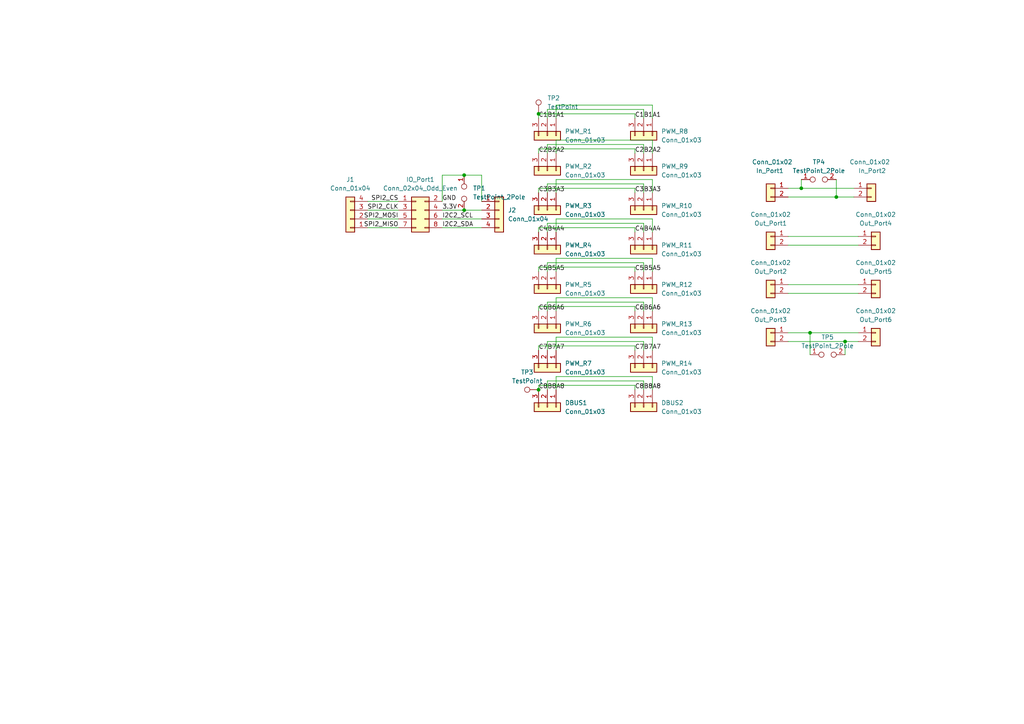
<source format=kicad_sch>
(kicad_sch (version 20230121) (generator eeschema)
  (paper "A4")
  (lib_symbols
    (symbol "Connector:TestPoint" (pin_numbers hide) (pin_names (offset 0.762) hide)
      (property "Reference" "TP" (at 0 6.858 0))
      (property "Value" "TestPoint" (at 0 5.08 0))
      (symbol "TestPoint_0_1"
        (circle (center 0 3.302) (radius 0.762))
      )
      (symbol "TestPoint_1_1"
        (pin passive line (at 0 0 90) (length 2.54) (name "1") (number "1"))
      )
    )
    (symbol "Connector:TestPoint_2Pole" (pin_names (offset 0.762) hide)
      (property "Reference" "TP" (at 0 1.524 0))
      (property "Value" "TestPoint_2Pole" (at 0 -1.778 0))
      (symbol "TestPoint_2Pole_0_1"
        (circle (center -1.778 0) (radius 0.762))
        (circle (center 1.778 0) (radius 0.762))
        (pin passive line (at -5.08 0 0) (length 2.54) (name "1") (number "1"))
        (pin passive line (at 5.08 0 180) (length 2.54) (name "2") (number "2"))
      )
    )
    (symbol "Connector_Generic:Conn_01x02" (pin_names (offset 1.016) hide)
      (property "Reference" "J" (at 0 2.54 0))
      (property "Value" "Conn_01x02" (at 0 -5.08 0))
      (symbol "Conn_01x02_1_1"
        (rectangle (start -1.27 -2.413) (end 0 -2.667) (stroke (width 0.1524)))
        (rectangle (start -1.27 0.127) (end 0 -0.127) (stroke (width 0.1524)))
        (rectangle (start -1.27 1.27) (end 1.27 -3.81) (stroke (width 0.254)) (fill (type background)))
        (pin passive line (at -5.08 0 0) (length 3.81) (name "Pin_1") (number "1"))
        (pin passive line (at -5.08 -2.54 0) (length 3.81) (name "Pin_2") (number "2"))
      )
    )
    (symbol "Connector_Generic:Conn_01x03" (pin_names (offset 1.016) hide)
      (property "Reference" "J" (at 0 5.08 0))
      (property "Value" "Conn_01x03" (at 0 -5.08 0))
      (symbol "Conn_01x03_1_1"
        (rectangle (start -1.27 -2.413) (end 0 -2.667) (stroke (width 0.1524)))
        (rectangle (start -1.27 0.127) (end 0 -0.127) (stroke (width 0.1524)))
        (rectangle (start -1.27 2.667) (end 0 2.413) (stroke (width 0.1524)))
        (rectangle (start -1.27 3.81) (end 1.27 -3.81) (stroke (width 0.254)) (fill (type background)))
        (pin passive line (at -5.08 2.54 0) (length 3.81) (name "Pin_1") (number "1"))
        (pin passive line (at -5.08 0 0) (length 3.81) (name "Pin_2") (number "2"))
        (pin passive line (at -5.08 -2.54 0) (length 3.81) (name "Pin_3") (number "3"))
      )
    )
    (symbol "Connector_Generic:Conn_01x04" (pin_names (offset 1.016) hide)
      (property "Reference" "J" (at 0 5.08 0))
      (property "Value" "Conn_01x04" (at 0 -7.62 0))
      (symbol "Conn_01x04_1_1"
        (rectangle (start -1.27 -4.953) (end 0 -5.207) (stroke (width 0.1524)))
        (rectangle (start -1.27 -2.413) (end 0 -2.667) (stroke (width 0.1524)))
        (rectangle (start -1.27 0.127) (end 0 -0.127) (stroke (width 0.1524)))
        (rectangle (start -1.27 2.667) (end 0 2.413) (stroke (width 0.1524)))
        (rectangle (start -1.27 3.81) (end 1.27 -6.35) (stroke (width 0.254)) (fill (type background)))
        (pin passive line (at -5.08 2.54 0) (length 3.81) (name "Pin_1") (number "1"))
        (pin passive line (at -5.08 0 0) (length 3.81) (name "Pin_2") (number "2"))
        (pin passive line (at -5.08 -2.54 0) (length 3.81) (name "Pin_3") (number "3"))
        (pin passive line (at -5.08 -5.08 0) (length 3.81) (name "Pin_4") (number "4"))
      )
    )
    (symbol "Connector_Generic:Conn_02x04_Odd_Even" (pin_names (offset 1.016) hide)
      (property "Reference" "J" (at 1.27 5.08 0))
      (property "Value" "Conn_02x04_Odd_Even" (at 1.27 -7.62 0))
      (symbol "Conn_02x04_Odd_Even_1_1"
        (rectangle (start -1.27 -4.953) (end 0 -5.207) (stroke (width 0.1524)))
        (rectangle (start -1.27 -2.413) (end 0 -2.667) (stroke (width 0.1524)))
        (rectangle (start -1.27 0.127) (end 0 -0.127) (stroke (width 0.1524)))
        (rectangle (start -1.27 2.667) (end 0 2.413) (stroke (width 0.1524)))
        (rectangle (start -1.27 3.81) (end 3.81 -6.35) (stroke (width 0.254)) (fill (type background)))
        (rectangle (start 3.81 -4.953) (end 2.54 -5.207) (stroke (width 0.1524)))
        (rectangle (start 3.81 -2.413) (end 2.54 -2.667) (stroke (width 0.1524)))
        (rectangle (start 3.81 0.127) (end 2.54 -0.127) (stroke (width 0.1524)))
        (rectangle (start 3.81 2.667) (end 2.54 2.413) (stroke (width 0.1524)))
        (pin passive line (at -5.08 2.54 0) (length 3.81) (name "Pin_1") (number "1"))
        (pin passive line (at 7.62 2.54 180) (length 3.81) (name "Pin_2") (number "2"))
        (pin passive line (at -5.08 0 0) (length 3.81) (name "Pin_3") (number "3"))
        (pin passive line (at 7.62 0 180) (length 3.81) (name "Pin_4") (number "4"))
        (pin passive line (at -5.08 -2.54 0) (length 3.81) (name "Pin_5") (number "5"))
        (pin passive line (at 7.62 -2.54 180) (length 3.81) (name "Pin_6") (number "6"))
        (pin passive line (at -5.08 -5.08 0) (length 3.81) (name "Pin_7") (number "7"))
        (pin passive line (at 7.62 -5.08 180) (length 3.81) (name "Pin_8") (number "8"))
      )
    )
  )
  (junction (at 134.62 50.8))
  (junction (at 156.21 33.02))
  (junction (at 232.41 54.61))
  (junction (at 234.95 96.52))
  (junction (at 156.21 113.03))
  (junction (at 245.11 99.06))
  (junction (at 242.57 57.15))
  (junction (at 134.62 60.96))
  (wire (pts (xy 156.21 43.18) (xy 184.15 43.18)))
  (wire (pts (xy 161.29 113.03) (xy 161.29 109.22)))
  (wire (pts (xy 161.29 63.5) (xy 189.23 63.5)))
  (wire (pts (xy 186.69 90.17) (xy 186.69 87.63)))
  (wire (pts (xy 128.27 58.42) (xy 128.27 50.8)))
  (wire (pts (xy 158.75 67.31) (xy 158.75 64.77)))
  (wire (pts (xy 189.23 30.48) (xy 189.23 34.29)))
  (wire (pts (xy 161.29 55.88) (xy 161.29 52.07)))
  (wire (pts (xy 161.29 30.48) (xy 189.23 30.48)))
  (wire (pts (xy 156.21 78.74) (xy 156.21 77.47)))
  (wire (pts (xy 186.69 99.06) (xy 158.75 99.06)))
  (wire (pts (xy 186.69 87.63) (xy 158.75 87.63)))
  (wire (pts (xy 228.6 71.12) (xy 248.92 71.12)))
  (wire (pts (xy 128.27 50.8) (xy 134.62 50.8)))
  (wire (pts (xy 186.69 78.74) (xy 186.69 76.2)))
  (wire (pts (xy 186.69 53.34) (xy 186.69 55.88)))
  (wire (pts (xy 158.75 76.2) (xy 158.75 78.74)))
  (wire (pts (xy 161.29 97.79) (xy 189.23 97.79)))
  (wire (pts (xy 156.21 66.04) (xy 156.21 67.31)))
  (wire (pts (xy 228.6 82.55) (xy 248.92 82.55)))
  (wire (pts (xy 228.6 96.52) (xy 234.95 96.52)))
  (wire (pts (xy 156.21 77.47) (xy 184.15 77.47)))
  (wire (pts (xy 189.23 40.64) (xy 189.23 44.45)))
  (wire (pts (xy 184.15 88.9) (xy 184.15 90.17)))
  (wire (pts (xy 228.6 99.06) (xy 245.11 99.06)))
  (wire (pts (xy 184.15 33.02) (xy 184.15 34.29)))
  (wire (pts (xy 189.23 52.07) (xy 189.23 55.88)))
  (wire (pts (xy 161.29 52.07) (xy 189.23 52.07)))
  (wire (pts (xy 186.69 101.6) (xy 186.69 99.06)))
  (wire (pts (xy 184.15 43.18) (xy 184.15 44.45)))
  (wire (pts (xy 228.6 85.09) (xy 248.92 85.09)))
  (wire (pts (xy 232.41 52.07) (xy 232.41 54.61)))
  (wire (pts (xy 232.41 54.61) (xy 247.65 54.61)))
  (wire (pts (xy 189.23 63.5) (xy 189.23 67.31)))
  (wire (pts (xy 161.29 90.17) (xy 161.29 86.36)))
  (wire (pts (xy 184.15 66.04) (xy 156.21 66.04)))
  (wire (pts (xy 161.29 109.22) (xy 189.23 109.22)))
  (wire (pts (xy 156.21 44.45) (xy 156.21 43.18)))
  (wire (pts (xy 189.23 109.22) (xy 189.23 113.03)))
  (wire (pts (xy 186.69 110.49) (xy 158.75 110.49)))
  (wire (pts (xy 228.6 68.58) (xy 248.92 68.58)))
  (wire (pts (xy 161.29 67.31) (xy 161.29 63.5)))
  (wire (pts (xy 128.27 66.04) (xy 139.7 66.04)))
  (wire (pts (xy 186.69 41.91) (xy 186.69 44.45)))
  (wire (pts (xy 158.75 110.49) (xy 158.75 113.03)))
  (wire (pts (xy 128.27 60.96) (xy 134.62 60.96)))
  (wire (pts (xy 245.11 99.06) (xy 245.11 102.87)))
  (wire (pts (xy 189.23 86.36) (xy 189.23 90.17)))
  (wire (pts (xy 161.29 44.45) (xy 161.29 40.64)))
  (wire (pts (xy 189.23 97.79) (xy 189.23 101.6)))
  (wire (pts (xy 161.29 101.6) (xy 161.29 97.79)))
  (wire (pts (xy 186.69 76.2) (xy 158.75 76.2)))
  (wire (pts (xy 228.6 54.61) (xy 232.41 54.61)))
  (wire (pts (xy 158.75 41.91) (xy 186.69 41.91)))
  (wire (pts (xy 245.11 99.06) (xy 248.92 99.06)))
  (wire (pts (xy 139.7 58.42) (xy 139.7 50.8)))
  (wire (pts (xy 156.21 113.03) (xy 156.21 111.76)))
  (wire (pts (xy 186.69 113.03) (xy 186.69 110.49)))
  (wire (pts (xy 184.15 111.76) (xy 184.15 113.03)))
  (wire (pts (xy 161.29 40.64) (xy 189.23 40.64)))
  (wire (pts (xy 189.23 74.93) (xy 189.23 78.74)))
  (wire (pts (xy 156.21 55.88) (xy 156.21 54.61)))
  (wire (pts (xy 161.29 34.29) (xy 161.29 30.48)))
  (wire (pts (xy 158.75 31.75) (xy 186.69 31.75)))
  (wire (pts (xy 156.21 88.9) (xy 184.15 88.9)))
  (wire (pts (xy 186.69 64.77) (xy 186.69 67.31)))
  (wire (pts (xy 106.68 58.42) (xy 115.57 58.42)))
  (wire (pts (xy 161.29 74.93) (xy 189.23 74.93)))
  (wire (pts (xy 186.69 31.75) (xy 186.69 34.29)))
  (wire (pts (xy 184.15 100.33) (xy 184.15 101.6)))
  (wire (pts (xy 242.57 52.07) (xy 242.57 57.15)))
  (wire (pts (xy 158.75 34.29) (xy 158.75 31.75)))
  (wire (pts (xy 184.15 77.47) (xy 184.15 78.74)))
  (wire (pts (xy 156.21 101.6) (xy 156.21 100.33)))
  (wire (pts (xy 106.68 60.96) (xy 115.57 60.96)))
  (wire (pts (xy 128.27 63.5) (xy 139.7 63.5)))
  (wire (pts (xy 184.15 54.61) (xy 184.15 55.88)))
  (wire (pts (xy 158.75 55.88) (xy 158.75 53.34)))
  (wire (pts (xy 156.21 111.76) (xy 184.15 111.76)))
  (wire (pts (xy 158.75 87.63) (xy 158.75 90.17)))
  (wire (pts (xy 156.21 34.29) (xy 156.21 33.02)))
  (wire (pts (xy 184.15 67.31) (xy 184.15 66.04)))
  (wire (pts (xy 156.21 33.02) (xy 184.15 33.02)))
  (wire (pts (xy 234.95 96.52) (xy 234.95 102.87)))
  (wire (pts (xy 228.6 57.15) (xy 242.57 57.15)))
  (wire (pts (xy 158.75 44.45) (xy 158.75 41.91)))
  (wire (pts (xy 161.29 86.36) (xy 189.23 86.36)))
  (wire (pts (xy 139.7 50.8) (xy 134.62 50.8)))
  (wire (pts (xy 242.57 57.15) (xy 247.65 57.15)))
  (wire (pts (xy 161.29 78.74) (xy 161.29 74.93)))
  (wire (pts (xy 134.62 60.96) (xy 139.7 60.96)))
  (wire (pts (xy 156.21 90.17) (xy 156.21 88.9)))
  (wire (pts (xy 158.75 53.34) (xy 186.69 53.34)))
  (wire (pts (xy 158.75 99.06) (xy 158.75 101.6)))
  (wire (pts (xy 156.21 100.33) (xy 184.15 100.33)))
  (wire (pts (xy 156.21 54.61) (xy 184.15 54.61)))
  (wire (pts (xy 158.75 64.77) (xy 186.69 64.77)))
  (wire (pts (xy 234.95 96.52) (xy 248.92 96.52)))
  (wire (pts (xy 106.68 66.04) (xy 115.57 66.04)))
  (wire (pts (xy 106.68 63.5) (xy 115.57 63.5)))
  (label "C1" (at 156.21 34.29 0))
  (label "B6" (at 158.75 90.17 0))
  (label "C1" (at 184.15 34.29 0))
  (label "C2" (at 156.21 44.45 0))
  (label "B7" (at 186.69 101.6 0))
  (label "SPI2_CLK" (at 115.57 60.96 180))
  (label "3.3V" (at 128.27 60.96 0))
  (label "A2" (at 161.29 44.45 0))
  (label "C4" (at 184.15 67.31 0))
  (label "B2" (at 186.69 44.45 0))
  (label "A7" (at 189.23 101.6 0))
  (label "B1" (at 186.69 34.29 0))
  (label "C5" (at 156.21 78.74 0))
  (label "A4" (at 189.23 67.31 0))
  (label "A3" (at 161.29 55.88 0))
  (label "A5" (at 189.23 78.74 0))
  (label "A6" (at 161.29 90.17 0))
  (label "A8" (at 189.23 113.03 0))
  (label "C6" (at 156.21 90.17 0))
  (label "B5" (at 186.69 78.74 0))
  (label "B8" (at 158.75 113.03 0))
  (label "B7" (at 158.75 101.6 0))
  (label "B5" (at 158.75 78.74 0))
  (label "SPI2_CS" (at 115.57 58.42 180))
  (label "B4" (at 158.75 67.31 0))
  (label "B3" (at 186.69 55.88 0))
  (label "C2" (at 184.15 44.45 0))
  (label "C7" (at 184.15 101.6 0))
  (label "C3" (at 184.15 55.88 0))
  (label "A2" (at 189.23 44.45 0))
  (label "A8" (at 161.29 113.03 0))
  (label "C3" (at 156.21 55.88 0))
  (label "A1" (at 161.29 34.29 0))
  (label "B2" (at 158.75 44.45 0))
  (label "C8" (at 184.15 113.03 0))
  (label "GND" (at 128.27 58.42 0))
  (label "A1" (at 189.23 34.29 0))
  (label "C6" (at 184.15 90.17 0))
  (label "C4" (at 156.21 67.31 0))
  (label "A3" (at 189.23 55.88 0))
  (label "A7" (at 161.29 101.6 0))
  (label "SPI2_MISO" (at 115.57 66.04 180))
  (label "SPI2_MOSI" (at 115.57 63.5 180))
  (label "B3" (at 158.75 55.88 0))
  (label "C7" (at 156.21 101.6 0))
  (label "B6" (at 186.69 90.17 0))
  (label "A6" (at 189.23 90.17 0))
  (label "C8" (at 156.21 113.03 0))
  (label "B1" (at 158.75 34.29 0))
  (label "I2C2_SCL" (at 128.27 63.5 0))
  (label "B8" (at 186.69 113.03 0))
  (label "A4" (at 161.29 67.31 0))
  (label "A5" (at 161.29 78.74 0))
  (label "C5" (at 184.15 78.74 0))
  (label "B4" (at 186.69 67.31 0))
  (label "I2C2_SDA" (at 128.27 66.04 0))
  (symbol (lib_id "Connector_Generic:Conn_01x03") (at 158.75 83.82 270) (unit 1)
    (property "Reference" "PWM_R5" (at 163.83 82.55 90) (effects (justify left)))
    (property "Value" "Conn_01x03" (at 163.83 85.09 90) (effects (justify left)))
    (property "Footprint" "dev_board_footprints:PinHeader_1x03_2.54mm_Vertical_small_courtyards" (effects hide))
  )
  (symbol (lib_id "Connector_Generic:Conn_02x04_Odd_Even") (at 120.65 60.96 0) (unit 1)
    (property "Reference" "IO_Port1" (at 121.92 52.07 0))
    (property "Value" "Conn_02x04_Odd_Even" (at 121.92 54.61 0))
    (property "Footprint" "Connector_PinHeader_2.54mm:PinHeader_2x04_P2.54mm_Vertical" (effects hide))
  )
  (symbol (lib_id "Connector_Generic:Conn_01x02") (at 254 68.58 0) (unit 1)
    (property "Reference" "Out_Port4" (at 254 64.77 0))
    (property "Value" "Conn_01x02" (at 254 62.23 0))
    (property "Footprint" "dev_board_footprints:AMASS_XT30UPB-F_1x02_P5.0mm_Vertical_small_courtyards" (effects hide))
  )
  (symbol (lib_id "Connector_Generic:Conn_01x03") (at 158.75 106.68 270) (unit 1)
    (property "Reference" "PWM_R7" (at 163.83 105.41 90) (effects (justify left)))
    (property "Value" "Conn_01x03" (at 163.83 107.95 90) (effects (justify left)))
    (property "Footprint" "dev_board_footprints:PinHeader_1x03_2.54mm_Vertical_small_courtyards" (effects hide))
  )
  (symbol (lib_id "Connector_Generic:Conn_01x02") (at 252.73 54.61 0) (unit 1)
    (property "Reference" "In_Port2" (at 248.92 49.53 0) (effects (justify left)))
    (property "Value" "Conn_01x02" (at 246.38 46.99 0) (effects (justify left)))
    (property "Footprint" "dev_board_footprints:AMASS_XT30UPB-M_1x02_P5.0mm_Vertical_small_courtyards" (effects hide))
  )
  (symbol (lib_id "Connector_Generic:Conn_01x02") (at 223.52 82.55 0) (mirror y) (unit 1)
    (property "Reference" "Out_Port2" (at 223.52 78.74 0))
    (property "Value" "Conn_01x02" (at 223.52 76.2 0))
    (property "Footprint" "dev_board_footprints:AMASS_XT30UPB-F_1x02_P5.0mm_Vertical_small_courtyards" (effects hide))
  )
  (symbol (lib_id "Connector_Generic:Conn_01x03") (at 158.75 60.96 270) (unit 1)
    (property "Reference" "PWM_R3" (at 163.83 59.69 90) (effects (justify left)))
    (property "Value" "Conn_01x03" (at 163.83 62.23 90) (effects (justify left)))
    (property "Footprint" "dev_board_footprints:PinHeader_1x03_2.54mm_Vertical_small_courtyards" (effects hide))
  )
  (symbol (lib_id "Connector_Generic:Conn_01x02") (at 254 96.52 0) (unit 1)
    (property "Reference" "Out_Port6" (at 254 92.71 0))
    (property "Value" "Conn_01x02" (at 254 90.17 0))
    (property "Footprint" "dev_board_footprints:AMASS_XT30UPB-F_1x02_P5.0mm_Vertical_small_courtyards" (effects hide))
  )
  (symbol (lib_id "Connector_Generic:Conn_01x03") (at 186.69 60.96 270) (unit 1)
    (property "Reference" "PWM_R10" (at 191.77 59.69 90) (effects (justify left)))
    (property "Value" "Conn_01x03" (at 191.77 62.23 90) (effects (justify left)))
    (property "Footprint" "dev_board_footprints:PinHeader_1x03_2.54mm_Vertical_small_courtyards" (effects hide))
  )
  (symbol (lib_id "Connector:TestPoint_2Pole") (at 240.03 102.87 0) (unit 1)
    (property "Reference" "TP5" (at 240.03 97.79 0))
    (property "Value" "TestPoint_2Pole" (at 240.03 100.33 0))
    (property "Footprint" "TestPoint:TestPoint_2Pads_Pitch2.54mm_Drill0.8mm" (effects hide))
  )
  (symbol (lib_id "Connector_Generic:Conn_01x03") (at 186.69 72.39 270) (unit 1)
    (property "Reference" "PWM_R11" (at 191.77 71.12 90) (effects (justify left)))
    (property "Value" "Conn_01x03" (at 191.77 73.66 90) (effects (justify left)))
    (property "Footprint" "dev_board_footprints:PinHeader_1x03_2.54mm_Vertical_small_courtyards" (effects hide))
  )
  (symbol (lib_id "Connector_Generic:Conn_01x03") (at 158.75 118.11 270) (unit 1)
    (property "Reference" "DBUS1" (at 163.83 116.84 90) (effects (justify left)))
    (property "Value" "Conn_01x03" (at 163.83 119.38 90) (effects (justify left)))
    (property "Footprint" "dev_board_footprints:PinHeader_1x03_2.54mm_Vertical_small_courtyards" (effects hide))
  )
  (symbol (lib_id "Connector_Generic:Conn_01x04") (at 144.78 60.96 0) (unit 1)
    (property "Reference" "J2" (at 147.32 60.96 0) (effects (justify left)))
    (property "Value" "Conn_01x04" (at 147.32 63.5 0) (effects (justify left)))
    (property "Footprint" "Connector_PinHeader_2.54mm:PinHeader_1x04_P2.54mm_Vertical" (effects hide))
  )
  (symbol (lib_id "Connector:TestPoint") (at 156.21 113.03 90) (unit 1)
    (property "Reference" "TP3" (at 152.908 107.95 90))
    (property "Value" "TestPoint" (at 152.908 110.49 90))
    (property "Footprint" "TestPoint:TestPoint_Pad_2.0x2.0mm" (effects hide))
  )
  (symbol (lib_id "Connector_Generic:Conn_01x03") (at 186.69 106.68 270) (unit 1)
    (property "Reference" "PWM_R14" (at 191.77 105.41 90) (effects (justify left)))
    (property "Value" "Conn_01x03" (at 191.77 107.95 90) (effects (justify left)))
    (property "Footprint" "dev_board_footprints:PinHeader_1x03_2.54mm_Vertical_small_courtyards" (effects hide))
  )
  (symbol (lib_id "Connector_Generic:Conn_01x02") (at 223.52 54.61 0) (mirror y) (unit 1)
    (property "Reference" "In_Port1" (at 227.33 49.53 0) (effects (justify left)))
    (property "Value" "Conn_01x02" (at 229.87 46.99 0) (effects (justify left)))
    (property "Footprint" "dev_board_footprints:AMASS_XT30UPB-M_1x02_P5.0mm_Vertical_small_courtyards" (effects hide))
  )
  (symbol (lib_id "Connector_Generic:Conn_01x02") (at 223.52 96.52 0) (mirror y) (unit 1)
    (property "Reference" "Out_Port3" (at 223.52 92.71 0))
    (property "Value" "Conn_01x02" (at 223.52 90.17 0))
    (property "Footprint" "dev_board_footprints:AMASS_XT30UPB-F_1x02_P5.0mm_Vertical_small_courtyards" (effects hide))
  )
  (symbol (lib_id "Connector_Generic:Conn_01x03") (at 158.75 49.53 270) (unit 1)
    (property "Reference" "PWM_R2" (at 163.83 48.26 90) (effects (justify left)))
    (property "Value" "Conn_01x03" (at 163.83 50.8 90) (effects (justify left)))
    (property "Footprint" "dev_board_footprints:PinHeader_1x03_2.54mm_Vertical_small_courtyards" (effects hide))
  )
  (symbol (lib_id "Connector:TestPoint_2Pole") (at 237.49 52.07 0) (unit 1)
    (property "Reference" "TP4" (at 237.49 46.99 0))
    (property "Value" "TestPoint_2Pole" (at 237.49 49.53 0))
    (property "Footprint" "TestPoint:TestPoint_2Pads_Pitch2.54mm_Drill0.8mm" (effects hide))
  )
  (symbol (lib_id "Connector_Generic:Conn_01x02") (at 254 82.55 0) (unit 1)
    (property "Reference" "Out_Port5" (at 254 78.74 0))
    (property "Value" "Conn_01x02" (at 254 76.2 0))
    (property "Footprint" "dev_board_footprints:AMASS_XT30UPB-F_1x02_P5.0mm_Vertical_small_courtyards" (effects hide))
  )
  (symbol (lib_id "Connector_Generic:Conn_01x02") (at 223.52 68.58 0) (mirror y) (unit 1)
    (property "Reference" "Out_Port1" (at 223.52 64.77 0))
    (property "Value" "Conn_01x02" (at 223.52 62.23 0))
    (property "Footprint" "dev_board_footprints:AMASS_XT30UPB-F_1x02_P5.0mm_Vertical_small_courtyards" (effects hide))
  )
  (symbol (lib_id "Connector_Generic:Conn_01x03") (at 186.69 49.53 270) (unit 1)
    (property "Reference" "PWM_R9" (at 191.77 48.26 90) (effects (justify left)))
    (property "Value" "Conn_01x03" (at 191.77 50.8 90) (effects (justify left)))
    (property "Footprint" "dev_board_footprints:PinHeader_1x03_2.54mm_Vertical_small_courtyards" (effects hide))
  )
  (symbol (lib_id "Connector_Generic:Conn_01x03") (at 158.75 39.37 270) (unit 1)
    (property "Reference" "PWM_R1" (at 163.83 38.1 90) (effects (justify left)))
    (property "Value" "Conn_01x03" (at 163.83 40.64 90) (effects (justify left)))
    (property "Footprint" "dev_board_footprints:PinHeader_1x03_2.54mm_Vertical_small_courtyards" (effects hide))
  )
  (symbol (lib_id "Connector_Generic:Conn_01x04") (at 101.6 63.5 180) (unit 1)
    (property "Reference" "J1" (at 101.6 52.07 0))
    (property "Value" "Conn_01x04" (at 101.6 54.61 0))
    (property "Footprint" "Connector_PinHeader_2.54mm:PinHeader_1x04_P2.54mm_Vertical" (effects hide))
  )
  (symbol (lib_id "Connector_Generic:Conn_01x03") (at 186.69 118.11 270) (unit 1)
    (property "Reference" "DBUS2" (at 191.77 116.84 90) (effects (justify left)))
    (property "Value" "Conn_01x03" (at 191.77 119.38 90) (effects (justify left)))
    (property "Footprint" "dev_board_footprints:PinHeader_1x03_2.54mm_Vertical_small_courtyards" (effects hide))
  )
  (symbol (lib_id "Connector_Generic:Conn_01x03") (at 186.69 95.25 270) (unit 1)
    (property "Reference" "PWM_R13" (at 191.77 93.98 90) (effects (justify left)))
    (property "Value" "Conn_01x03" (at 191.77 96.52 90) (effects (justify left)))
    (property "Footprint" "dev_board_footprints:PinHeader_1x03_2.54mm_Vertical_small_courtyards" (effects hide))
  )
  (symbol (lib_id "Connector_Generic:Conn_01x03") (at 186.69 39.37 270) (unit 1)
    (property "Reference" "PWM_R8" (at 191.77 38.1 90) (effects (justify left)))
    (property "Value" "Conn_01x03" (at 191.77 40.64 90) (effects (justify left)))
    (property "Footprint" "dev_board_footprints:PinHeader_1x03_2.54mm_Vertical_small_courtyards" (effects hide))
  )
  (symbol (lib_id "Connector:TestPoint") (at 156.21 33.02 0) (unit 1)
    (property "Reference" "TP2" (at 158.75 28.448 0) (effects (justify left)))
    (property "Value" "TestPoint" (at 158.75 30.988 0) (effects (justify left)))
    (property "Footprint" "TestPoint:TestPoint_Pad_2.0x2.0mm" (effects hide))
  )
  (symbol (lib_id "Connector:TestPoint_2Pole") (at 134.62 55.88 270) (unit 1)
    (property "Reference" "TP1" (at 137.16 54.61 90) (effects (justify left)))
    (property "Value" "TestPoint_2Pole" (at 137.16 57.15 90) (effects (justify left)))
    (property "Footprint" "TestPoint:TestPoint_2Pads_Pitch2.54mm_Drill0.8mm" (effects hide))
  )
  (symbol (lib_id "Connector_Generic:Conn_01x03") (at 158.75 72.39 270) (unit 1)
    (property "Reference" "PWM_R4" (at 163.83 71.12 90) (effects (justify left)))
    (property "Value" "Conn_01x03" (at 163.83 73.66 90) (effects (justify left)))
    (property "Footprint" "dev_board_footprints:PinHeader_1x03_2.54mm_Vertical_small_courtyards" (effects hide))
  )
  (symbol (lib_id "Connector_Generic:Conn_01x03") (at 186.69 83.82 270) (unit 1)
    (property "Reference" "PWM_R12" (at 191.77 82.55 90) (effects (justify left)))
    (property "Value" "Conn_01x03" (at 191.77 85.09 90) (effects (justify left)))
    (property "Footprint" "dev_board_footprints:PinHeader_1x03_2.54mm_Vertical_small_courtyards" (effects hide))
  )
  (symbol (lib_id "Connector_Generic:Conn_01x03") (at 158.75 95.25 270) (unit 1)
    (property "Reference" "PWM_R6" (at 163.83 93.98 90) (effects (justify left)))
    (property "Value" "Conn_01x03" (at 163.83 96.52 90) (effects (justify left)))
    (property "Footprint" "dev_board_footprints:PinHeader_1x03_2.54mm_Vertical_small_courtyards" (effects hide))
  )
)
</source>
